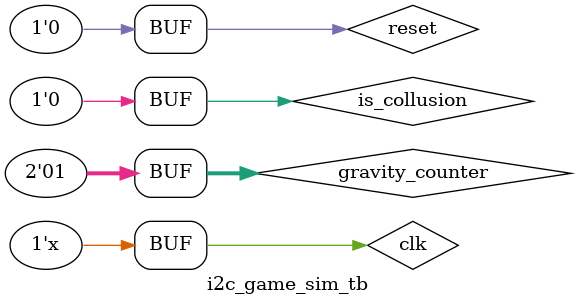
<source format=sv>

`timescale 1ns / 1ps

module i2c_game_sim_tb;

    // 클럭 및 리셋
    logic clk;
    logic reset;
    initial clk = 0;
    always #10 clk = ~clk;  // 50MHz

    // 내부 연결 신호
    logic ball_send_trigger;
    logic [9:0] ball_y;
    logic [7:0] ball_vy;
    logic [1:0] gravity_counter = 2'b01;
    logic is_collusion = 0;
    logic ready;
    logic start, stop, i2c_en;
    logic [7:0] tx_data;
    logic tx_done;
    logic is_ball_moving_right;
    logic is_transfer;
    logic [7:0] master_led;
    logic send_lose_information;
    logic responsing_i2c;
    // SDA/SCL 시뮬레이션 (I2C 버스)
    logic scl;
    wire sda;


    // DUT 인스턴스 2: I2C_Controller
    I2C_Controller i2c_ctrl (
        .clk(clk),
        .reset(reset),
        .ball_send_trigger(ball_send_trigger),
        .ball_y(ball_y),
        .ball_vy(ball_vy),
        .gravity_counter(gravity_counter),
        .is_collusion(is_collusion),
        .ready(ready),
        .start(start),
        .stop(stop),
        .i2c_en(i2c_en),
        .tx_data(tx_data),
        .tx_done(tx_done),
        .is_ball_moving_right(is_ball_moving_right),
        .is_transfer(is_transfer),
        .master_led(master_led),
        .send_lose_information(send_lose_information)
    );

    // DUT 인스턴스 3: I2C_Master
    I2C_Master i2c_master (
        .clk(clk),
        .reset(reset),
        .start(start),
        .stop(stop),
        .i2c_en(i2c_en),
        .tx_data(tx_data),
        .SDA(sda),
        .SCL(scl),
        .ready(ready),
        .tx_done(tx_done)
    );

    // 초기 조건 및 시나리오
    initial begin
        reset = 1;
        #50;
        reset = 0;

        // 테스트: 공이 왼쪽 벽에 닿은 상황 유도 (ball_send_trigger 조건 만족)
        // game_controller 내부에서 처리된다는 가정하에 시뮬 진행

        #2000; // 충분히 FSM이 돌도록 대기
    end
endmodule

</source>
